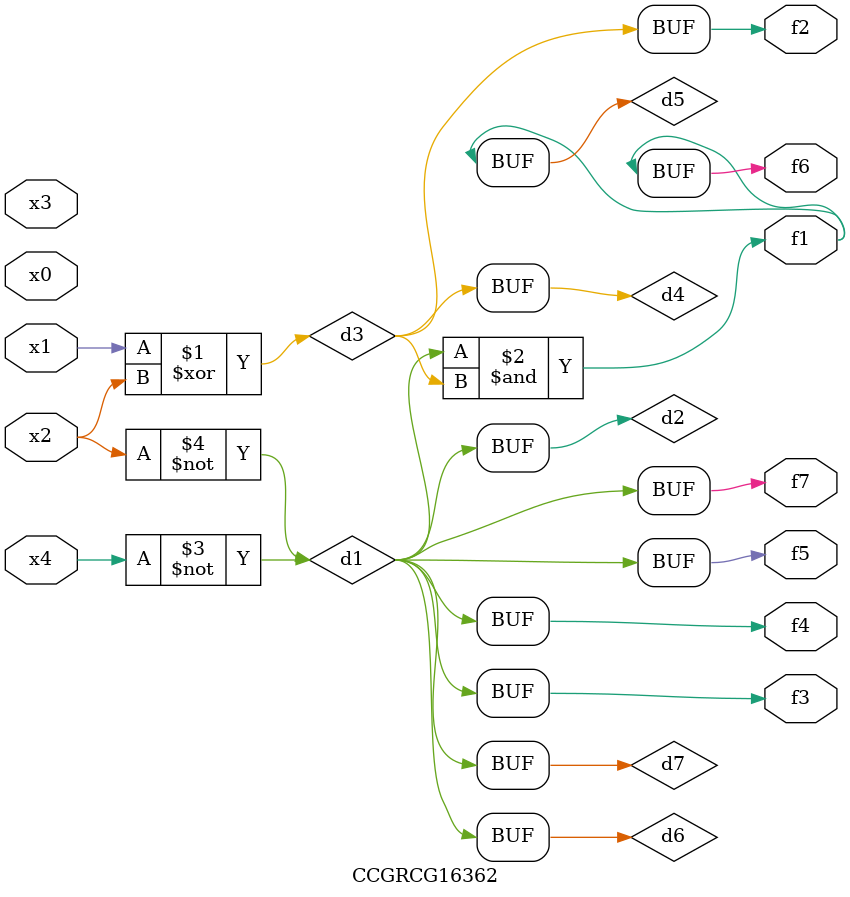
<source format=v>
module CCGRCG16362(
	input x0, x1, x2, x3, x4,
	output f1, f2, f3, f4, f5, f6, f7
);

	wire d1, d2, d3, d4, d5, d6, d7;

	not (d1, x4);
	not (d2, x2);
	xor (d3, x1, x2);
	buf (d4, d3);
	and (d5, d1, d3);
	buf (d6, d1, d2);
	buf (d7, d2);
	assign f1 = d5;
	assign f2 = d4;
	assign f3 = d7;
	assign f4 = d7;
	assign f5 = d7;
	assign f6 = d5;
	assign f7 = d7;
endmodule

</source>
